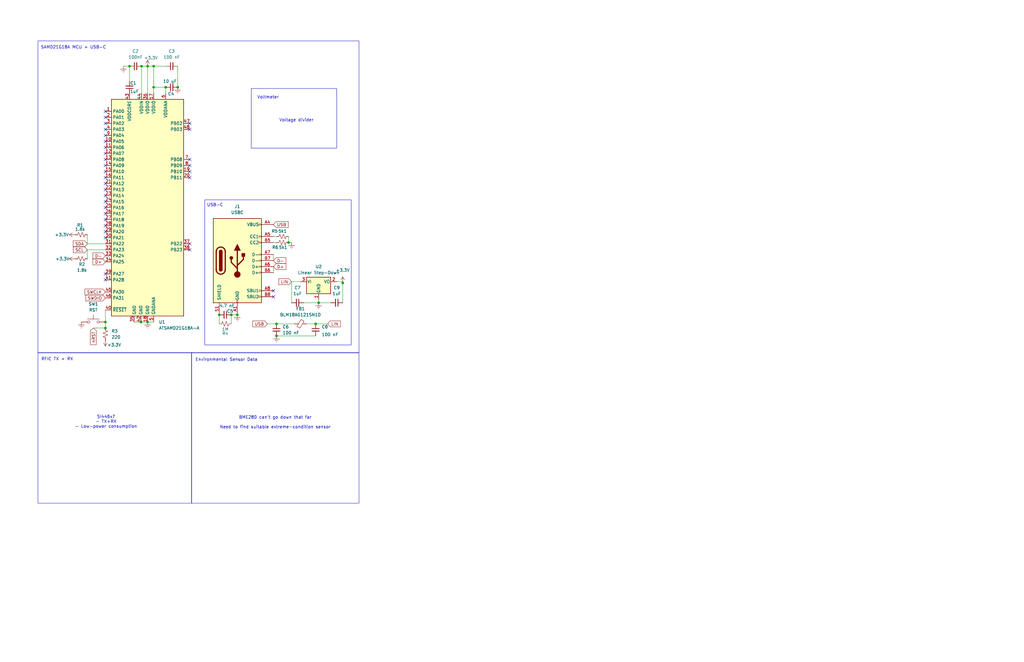
<source format=kicad_sch>
(kicad_sch (version 20231120) (generator "eeschema") (generator_version "8.0")
  (paper "User" 431.8 279.4)
  (title_block (title "Bismuth") (date "2024-11-10") (rev "Rev 0.0.0") (company "Bismuth Space"))
  (lib_symbols
    (symbol "+3.3V_5" (power) (pin_numbers hide) (pin_names (offset 0) hide)
      (property "Value" "+3.3V_5" (at 0 3.556 0))
      (symbol "+3.3V_5_0_1"
        (polyline (pts (xy -0.762 1.27) (xy 0 2.54)))
        (polyline (pts (xy 0 0) (xy 0 2.54)))
        (polyline (pts (xy 0 2.54) (xy 0.762 1.27)))
      )
      (symbol "+3.3V_5_1_1"
        (pin power_in line (at 0 0 90) (length 0) hide (name "+3.3V") (number "1"))
      )
    )
    (symbol "+3.3V_7" (power) (pin_numbers hide) (pin_names (offset 0) hide)
      (property "Value" "+3.3V_7" (at 0 3.556 0))
      (symbol "+3.3V_7_0_1"
        (polyline (pts (xy -0.762 1.27) (xy 0 2.54)))
        (polyline (pts (xy 0 0) (xy 0 2.54)))
        (polyline (pts (xy 0 2.54) (xy 0.762 1.27)))
      )
      (symbol "+3.3V_7_1_1"
        (pin power_in line (at 0 0 90) (length 0) hide (name "+3.3V") (number "1"))
      )
    )
    (symbol "+3.3V_8" (power) (pin_numbers hide) (pin_names (offset 0) hide)
      (property "Value" "+3.3V_8" (at 0 3.556 0))
      (symbol "+3.3V_8_0_1"
        (polyline (pts (xy -0.762 1.27) (xy 0 2.54)))
        (polyline (pts (xy 0 0) (xy 0 2.54)))
        (polyline (pts (xy 0 2.54) (xy 0.762 1.27)))
      )
      (symbol "+3.3V_8_1_1"
        (pin power_in line (at 0 0 90) (length 0) hide (name "+3.3V") (number "1"))
      )
    )
    (symbol "+3.3V_9" (power) (pin_numbers hide) (pin_names (offset 0) hide)
      (property "Value" "+3.3V_9" (at 0 3.556 0))
      (symbol "+3.3V_9_0_1"
        (polyline (pts (xy -0.762 1.27) (xy 0 2.54)))
        (polyline (pts (xy 0 0) (xy 0 2.54)))
        (polyline (pts (xy 0 2.54) (xy 0.762 1.27)))
      )
      (symbol "+3.3V_9_1_1"
        (pin power_in line (at 0 0 90) (length 0) hide (name "+3.3V") (number "1"))
      )
    )
    (symbol "Connector:USB_C_Receptacle_USB2.0" (pin_names (offset 1.016))
      (property "Reference" "J" (at -10.16 19.05 0))
      (property "Value" "USB_C_Receptacle_USB2.0" (at 19.05 19.05 0))
      (symbol "USB_C_Receptacle_USB2.0_0_0"
        (rectangle (start -0.254 -17.78) (end 0.254 -16.764))
        (rectangle (start 10.16 -14.986) (end 9.144 -15.494))
        (rectangle (start 10.16 -12.446) (end 9.144 -12.954))
        (rectangle (start 10.16 -4.826) (end 9.144 -5.334))
        (rectangle (start 10.16 -2.286) (end 9.144 -2.794))
        (rectangle (start 10.16 0.254) (end 9.144 -0.254))
        (rectangle (start 10.16 2.794) (end 9.144 2.286))
        (rectangle (start 10.16 7.874) (end 9.144 7.366))
        (rectangle (start 10.16 10.414) (end 9.144 9.906))
        (rectangle (start 10.16 15.494) (end 9.144 14.986))
      )
      (symbol "USB_C_Receptacle_USB2.0_0_1"
        (rectangle (start -10.16 17.78) (end 10.16 -17.78) (stroke (width 0.254)) (fill (type background)))
        (arc (start -8.89 -3.81) (mid -6.985 -5.7067) (end -5.08 -3.81) (stroke (width 0.508)))
        (arc (start -7.62 -3.81) (mid -6.985 -4.4423) (end -6.35 -3.81) (stroke (width 0.254)))
        (arc (start -7.62 -3.81) (mid -6.985 -4.4423) (end -6.35 -3.81) (stroke (width 0.254)) (fill (type outline)))
        (rectangle (start -7.62 -3.81) (end -6.35 3.81) (stroke (width 0.254)) (fill (type outline)))
        (arc (start -6.35 3.81) (mid -6.985 4.4423) (end -7.62 3.81) (stroke (width 0.254)))
        (arc (start -6.35 3.81) (mid -6.985 4.4423) (end -7.62 3.81) (stroke (width 0.254)) (fill (type outline)))
        (arc (start -5.08 3.81) (mid -6.985 5.7067) (end -8.89 3.81) (stroke (width 0.508)))
        (circle (center -2.54 1.143) (radius 0.635) (stroke (width 0.254)) (fill (type outline)))
        (circle (center 0 -5.842) (radius 1.27) (fill (type outline)))
        (polyline (pts (xy -8.89 -3.81) (xy -8.89 3.81)) (stroke (width 0.508)))
        (polyline (pts (xy -5.08 3.81) (xy -5.08 -3.81)) (stroke (width 0.508)))
        (polyline (pts (xy 0 -5.842) (xy 0 4.318)) (stroke (width 0.508)))
        (polyline (pts (xy 0 -3.302) (xy -2.54 -0.762) (xy -2.54 0.508)) (stroke (width 0.508)))
        (polyline (pts (xy 0 -2.032) (xy 2.54 0.508) (xy 2.54 1.778)) (stroke (width 0.508)))
        (polyline (pts (xy -1.27 4.318) (xy 0 6.858) (xy 1.27 4.318) (xy -1.27 4.318)) (stroke (width 0.254)) (fill (type outline)))
        (rectangle (start 1.905 1.778) (end 3.175 3.048) (stroke (width 0.254)) (fill (type outline)))
      )
      (symbol "USB_C_Receptacle_USB2.0_1_1"
        (pin passive line (at 0 -22.86 90) (length 5.08) (name "GND") (number "A1"))
        (pin passive line (at 0 -22.86 90) (length 5.08) hide (name "GND") (number "A12"))
        (pin passive line (at 15.24 15.24 180) (length 5.08) (name "VBUS") (number "A4"))
        (pin bidirectional line (at 15.24 10.16 180) (length 5.08) (name "CC1") (number "A5"))
        (pin bidirectional line (at 15.24 -2.54 180) (length 5.08) (name "D+") (number "A6"))
        (pin bidirectional line (at 15.24 2.54 180) (length 5.08) (name "D-") (number "A7"))
        (pin bidirectional line (at 15.24 -12.7 180) (length 5.08) (name "SBU1") (number "A8"))
        (pin passive line (at 15.24 15.24 180) (length 5.08) hide (name "VBUS") (number "A9"))
        (pin passive line (at 0 -22.86 90) (length 5.08) hide (name "GND") (number "B1"))
        (pin passive line (at 0 -22.86 90) (length 5.08) hide (name "GND") (number "B12"))
        (pin passive line (at 15.24 15.24 180) (length 5.08) hide (name "VBUS") (number "B4"))
        (pin bidirectional line (at 15.24 7.62 180) (length 5.08) (name "CC2") (number "B5"))
        (pin bidirectional line (at 15.24 -5.08 180) (length 5.08) (name "D+") (number "B6"))
        (pin bidirectional line (at 15.24 0 180) (length 5.08) (name "D-") (number "B7"))
        (pin bidirectional line (at 15.24 -15.24 180) (length 5.08) (name "SBU2") (number "B8"))
        (pin passive line (at 15.24 15.24 180) (length 5.08) hide (name "VBUS") (number "B9"))
        (pin passive line (at -7.62 -22.86 90) (length 5.08) (name "SHIELD") (number "S1"))
      )
    )
    (symbol "Device:C_Small" (pin_numbers hide) (pin_names (offset 0.254) hide)
      (property "Reference" "C" (at 0.254 1.778 0))
      (property "Value" "C_Small" (at 0.254 -2.032 0))
      (symbol "C_Small_0_1"
        (polyline (pts (xy -1.524 -0.508) (xy 1.524 -0.508)) (stroke (width 0.3302)))
        (polyline (pts (xy -1.524 0.508) (xy 1.524 0.508)) (stroke (width 0.3048)))
      )
      (symbol "C_Small_1_1"
        (pin passive line (at 0 2.54 270) (length 2.032) (name "~") (number "1"))
        (pin passive line (at 0 -2.54 90) (length 2.032) (name "~") (number "2"))
      )
    )
    (symbol "Device:FerriteBead_Small" (pin_numbers hide) (pin_names (offset 0))
      (property "Reference" "FB" (at 1.905 1.27 0))
      (property "Value" "FerriteBead_Small" (at 1.905 -1.27 0))
      (symbol "FerriteBead_Small_0_1"
        (polyline (pts (xy 0 -1.27) (xy 0 -0.7874)))
        (polyline (pts (xy 0 0.889) (xy 0 1.2954)))
        (polyline (pts (xy -1.8288 0.2794) (xy -1.1176 1.4986) (xy 1.8288 -0.2032) (xy 1.1176 -1.4224) (xy -1.8288 0.2794)))
      )
      (symbol "FerriteBead_Small_1_1"
        (pin passive line (at 0 2.54 270) (length 1.27) (name "~") (number "1"))
        (pin passive line (at 0 -2.54 90) (length 1.27) (name "~") (number "2"))
      )
    )
    (symbol "Device:R_Small_US" (pin_numbers hide) (pin_names (offset 0.254) hide)
      (property "Reference" "R" (at 0.762 0.508 0))
      (property "Value" "R_Small_US" (at 0.762 -1.016 0))
      (symbol "R_Small_US_1_1"
        (polyline (pts (xy 0 0) (xy 1.016 -0.381) (xy 0 -0.762) (xy -1.016 -1.143) (xy 0 -1.524)))
        (polyline (pts (xy 0 1.524) (xy 1.016 1.143) (xy 0 0.762) (xy -1.016 0.381) (xy 0 0)))
        (pin passive line (at 0 2.54 270) (length 1.016) (name "~") (number "1"))
        (pin passive line (at 0 -2.54 90) (length 1.016) (name "~") (number "2"))
      )
    )
    (symbol "Earth_2" (power) (pin_numbers hide) (pin_names (offset 0) hide)
      (symbol "Earth_2_0_1"
        (polyline (pts (xy -0.635 -1.905) (xy 0.635 -1.905)))
        (polyline (pts (xy -0.127 -2.54) (xy 0.127 -2.54)))
        (polyline (pts (xy 0 -1.27) (xy 0 0)))
        (polyline (pts (xy 1.27 -1.27) (xy -1.27 -1.27)))
      )
      (symbol "Earth_2_1_1"
        (pin power_in line (at 0 0 270) (length 0) hide (name "Earth") (number "1"))
      )
    )
    (symbol "Earth_4" (power) (pin_numbers hide) (pin_names (offset 0) hide)
      (symbol "Earth_4_0_1"
        (polyline (pts (xy -0.635 -1.905) (xy 0.635 -1.905)))
        (polyline (pts (xy -0.127 -2.54) (xy 0.127 -2.54)))
        (polyline (pts (xy 0 -1.27) (xy 0 0)))
        (polyline (pts (xy 1.27 -1.27) (xy -1.27 -1.27)))
      )
      (symbol "Earth_4_1_1"
        (pin power_in line (at 0 0 270) (length 0) hide (name "Earth") (number "1"))
      )
    )
    (symbol "MCU_Microchip_SAMD:ATSAMD21G18A-A"
      (property "Reference" "U4" (at 4.7341 -47.498 0))
      (property "Value" "ATSAMD21G18A-A" (at 4.7341 -50.038 0))
      (symbol "ATSAMD21G18A-A_0_1"
        (rectangle (start -15.24 45.72) (end 15.24 -45.72) (stroke (width 0.254)) (fill (type background)))
      )
      (symbol "ATSAMD21G18A-A_1_1"
        (pin bidirectional line (at -17.78 40.64 0) (length 2.54) (name "PA00") (number "1"))
        (pin bidirectional line (at -17.78 27.94 0) (length 2.54) (name "PA05") (number "10"))
        (pin bidirectional line (at -17.78 25.4 0) (length 2.54) (name "PA06") (number "11"))
        (pin bidirectional line (at -17.78 22.86 0) (length 2.54) (name "PA07") (number "12"))
        (pin bidirectional line (at -17.78 20.32 0) (length 2.54) (name "PA08") (number "13"))
        (pin bidirectional line (at -17.78 17.78 0) (length 2.54) (name "PA09") (number "14"))
        (pin bidirectional line (at -17.78 15.24 0) (length 2.54) (name "PA10") (number "15"))
        (pin bidirectional line (at -17.78 12.7 0) (length 2.54) (name "PA11") (number "16"))
        (pin power_in line (at 2.54 48.26 270) (length 2.54) (name "VDDIO") (number "17"))
        (pin power_in line (at 0 -48.26 90) (length 2.54) (name "GND") (number "18"))
        (pin bidirectional line (at 17.78 15.24 180) (length 2.54) (name "PB10") (number "19"))
        (pin bidirectional line (at -17.78 38.1 0) (length 2.54) (name "PA01") (number "2"))
        (pin bidirectional line (at 17.78 12.7 180) (length 2.54) (name "PB11") (number "20"))
        (pin bidirectional line (at -17.78 10.16 0) (length 2.54) (name "PA12") (number "21"))
        (pin bidirectional line (at -17.78 7.62 0) (length 2.54) (name "PA13") (number "22"))
        (pin bidirectional line (at -17.78 5.08 0) (length 2.54) (name "PA14") (number "23"))
        (pin bidirectional line (at -17.78 2.54 0) (length 2.54) (name "PA15") (number "24"))
        (pin bidirectional line (at -17.78 0 0) (length 2.54) (name "PA16") (number "25"))
        (pin bidirectional line (at -17.78 -2.54 0) (length 2.54) (name "PA17") (number "26"))
        (pin bidirectional line (at -17.78 -5.08 0) (length 2.54) (name "PA18") (number "27"))
        (pin bidirectional line (at -17.78 -7.62 0) (length 2.54) (name "PA19") (number "28"))
        (pin bidirectional line (at -17.78 -10.16 0) (length 2.54) (name "PA20") (number "29"))
        (pin bidirectional line (at -17.78 35.56 0) (length 2.54) (name "PA02") (number "3"))
        (pin bidirectional line (at -17.78 -12.7 0) (length 2.54) (name "PA21") (number "30"))
        (pin bidirectional line (at -17.78 -15.24 0) (length 2.54) (name "PA22") (number "31"))
        (pin bidirectional line (at -17.78 -17.78 0) (length 2.54) (name "PA23") (number "32"))
        (pin bidirectional line (at -17.78 -20.32 0) (length 2.54) (name "PA24") (number "33"))
        (pin bidirectional line (at -17.78 -22.86 0) (length 2.54) (name "PA25") (number "34"))
        (pin power_in line (at -5.588 -48.26 90) (length 2.54) (name "GND") (number "35"))
        (pin power_in line (at 0 48.26 270) (length 2.54) (name "VDDIO") (number "36"))
        (pin bidirectional line (at 17.78 -15.24 180) (length 2.54) (name "PB22") (number "37"))
        (pin bidirectional line (at 17.78 -17.78 180) (length 2.54) (name "PB23") (number "38"))
        (pin bidirectional line (at -17.78 -27.94 0) (length 2.54) (name "PA27") (number "39"))
        (pin bidirectional line (at -17.78 33.02 0) (length 2.54) (name "PA03") (number "4"))
        (pin input line (at -17.78 -43.18 0) (length 2.54) (name "~{RESET}") (number "40"))
        (pin bidirectional line (at -17.78 -30.48 0) (length 2.54) (name "PA28") (number "41"))
        (pin power_in line (at -2.794 -48.26 90) (length 2.54) (name "GND") (number "42"))
        (pin power_out line (at -7.62 48.26 270) (length 2.54) (name "VDDCORE") (number "43"))
        (pin power_in line (at -2.54 48.26 270) (length 2.54) (name "VDDIN") (number "44"))
        (pin bidirectional line (at -17.78 -35.56 0) (length 2.54) (name "PA30") (number "45"))
        (pin bidirectional line (at -17.78 -38.1 0) (length 2.54) (name "PA31") (number "46"))
        (pin bidirectional line (at 17.78 35.56 180) (length 2.54) (name "PB02") (number "47"))
        (pin bidirectional line (at 17.78 33.02 180) (length 2.54) (name "PB03") (number "48"))
        (pin power_in line (at 2.54 -48.26 90) (length 2.54) (name "GNDANA") (number "5"))
        (pin power_in line (at 7.62 48.26 270) (length 2.54) (name "VDDANA") (number "6"))
        (pin bidirectional line (at 17.78 20.32 180) (length 2.54) (name "PB08") (number "7"))
        (pin bidirectional line (at 17.78 17.78 180) (length 2.54) (name "PB09") (number "8"))
        (pin bidirectional line (at -17.78 30.48 0) (length 2.54) (name "PA04") (number "9"))
      )
    )
    (symbol "Regulator_Linear:MCP1700x-330xxTT" (pin_names (offset 0.254))
      (property "Reference" "U" (at -3.81 3.175 0))
      (property "Value" "MCP1700x-330xxTT" (at 0 3.175 0))
      (symbol "MCP1700x-330xxTT_0_1"
        (rectangle (start -5.08 1.905) (end 5.08 -5.08) (stroke (width 0.254)) (fill (type background)))
      )
      (symbol "MCP1700x-330xxTT_1_1"
        (pin power_in line (at 0 -7.62 90) (length 2.54) (name "GND") (number "1"))
        (pin power_out line (at 7.62 0 180) (length 2.54) (name "VO") (number "2"))
        (pin power_in line (at -7.62 0 0) (length 2.54) (name "VI") (number "3"))
      )
    )
    (symbol "Switch:SW_Push" (pin_numbers hide) (pin_names (offset 1.016) hide)
      (property "Reference" "SW" (at 1.27 2.54 0))
      (property "Value" "SW_Push" (at 0 -1.524 0))
      (symbol "SW_Push_0_1"
        (circle (center -2.032 0) (radius 0.508))
        (polyline (pts (xy 0 1.27) (xy 0 3.048)))
        (polyline (pts (xy 2.54 1.27) (xy -2.54 1.27)))
        (circle (center 2.032 0) (radius 0.508))
        (pin passive line (at -5.08 0 0) (length 2.54) (name "1") (number "1"))
        (pin passive line (at 5.08 0 180) (length 2.54) (name "2") (number "2"))
      )
    )
  )
  (junction (at 64.77 27.94))
  (junction (at 144.526 119.38))
  (junction (at 134.366 127.762))
  (junction (at 121.666 102.362))
  (junction (at 69.85 36.83))
  (junction (at 92.456 132.842))
  (junction (at 59.436 135.89))
  (junction (at 64.77 36.83))
  (junction (at 97.536 132.842))
  (junction (at 74.93 36.83))
  (junction (at 133.096 136.652))
  (junction (at 59.69 27.94))
  (junction (at 62.23 27.94))
  (junction (at 116.586 136.652))
  (junction (at 54.61 27.94))
  (junction (at 44.45 135.89))
  (junction (at 100.076 132.842))
  (junction (at 116.586 141.732))
  (junction (at 62.23 135.89))
  (junction (at 44.45 138.43))
  (no_connect (at 44.45 85.09))
  (no_connect (at 44.45 64.77))
  (no_connect (at 44.45 67.31))
  (no_connect (at 80.01 52.07))
  (no_connect (at 115.316 122.682))
  (no_connect (at 44.45 69.85))
  (no_connect (at 44.45 115.57))
  (no_connect (at 80.01 105.41))
  (no_connect (at 44.45 82.55))
  (no_connect (at 44.45 95.25))
  (no_connect (at 44.45 92.71))
  (no_connect (at 44.45 52.07))
  (no_connect (at 80.01 72.39))
  (no_connect (at 80.01 54.61))
  (no_connect (at 44.45 100.33))
  (no_connect (at 44.45 54.61))
  (no_connect (at 80.01 67.31))
  (no_connect (at 44.45 74.93))
  (no_connect (at 44.45 80.01))
  (no_connect (at 80.01 74.93))
  (no_connect (at 80.01 69.85))
  (no_connect (at 80.01 102.87))
  (no_connect (at 44.45 62.23))
  (no_connect (at 44.45 49.53))
  (no_connect (at 115.316 125.222))
  (no_connect (at 44.45 72.39))
  (no_connect (at 44.45 90.17))
  (no_connect (at 44.45 59.69))
  (no_connect (at 44.45 87.63))
  (no_connect (at 44.45 46.99))
  (no_connect (at 44.45 118.11))
  (no_connect (at 44.45 97.79))
  (no_connect (at 44.45 57.15))
  (no_connect (at 44.45 77.47))
  (wire (pts (xy 97.536 132.842) (xy 97.536 136.652)))
  (wire (pts (xy 134.366 127.762) (xy 139.446 127.762)))
  (wire (pts (xy 44.45 135.89) (xy 44.45 130.81)))
  (wire (pts (xy 112.776 136.652) (xy 116.586 136.652)))
  (wire (pts (xy 62.23 135.89) (xy 64.77 135.89)))
  (wire (pts (xy 122.936 118.872) (xy 126.746 118.872)))
  (wire (pts (xy 129.286 136.652) (xy 133.096 136.652)))
  (wire (pts (xy 115.316 112.522) (xy 115.316 115.062)))
  (wire (pts (xy 44.45 135.89) (xy 44.45 138.43)))
  (wire (pts (xy 36.83 99.06) (xy 36.83 102.87)))
  (wire (pts (xy 54.61 34.29) (xy 54.61 27.94)))
  (wire (pts (xy 62.23 27.94) (xy 62.23 39.37)))
  (wire (pts (xy 52.07 27.94) (xy 54.61 27.94)))
  (wire (pts (xy 122.936 118.872) (xy 122.936 127.762)))
  (wire (pts (xy 122.936 102.362) (xy 121.666 102.362)))
  (wire (pts (xy 133.096 141.732) (xy 116.586 141.732)))
  (wire (pts (xy 69.85 36.83) (xy 69.85 39.37)))
  (wire (pts (xy 134.366 126.492) (xy 134.366 127.762)))
  (wire (pts (xy 144.526 119.38) (xy 144.526 127.762)))
  (wire (pts (xy 115.316 99.822) (xy 116.586 99.822)))
  (wire (pts (xy 121.666 99.822) (xy 121.666 102.362)))
  (wire (pts (xy 64.77 39.37) (xy 64.77 36.83)))
  (wire (pts (xy 116.586 102.362) (xy 115.316 102.362)))
  (wire (pts (xy 36.83 109.22) (xy 36.83 105.41)))
  (wire (pts (xy 59.69 27.94) (xy 59.69 39.37)))
  (wire (pts (xy 64.77 27.94) (xy 64.77 36.83)))
  (wire (pts (xy 115.316 107.442) (xy 115.316 109.982)))
  (wire (pts (xy 64.77 27.94) (xy 69.85 27.94)))
  (wire (pts (xy 59.436 135.89) (xy 62.23 135.89)))
  (wire (pts (xy 74.93 27.94) (xy 74.93 36.83)))
  (wire (pts (xy 59.69 27.94) (xy 62.23 27.94)))
  (wire (pts (xy 62.23 27.94) (xy 64.77 27.94)))
  (wire (pts (xy 39.37 138.43) (xy 44.45 138.43)))
  (wire (pts (xy 64.77 36.83) (xy 69.85 36.83)))
  (wire (pts (xy 36.83 105.41) (xy 44.45 105.41)))
  (wire (pts (xy 92.456 136.652) (xy 92.456 132.842)))
  (wire (pts (xy 128.016 127.762) (xy 134.366 127.762)))
  (wire (pts (xy 36.83 102.87) (xy 44.45 102.87)))
  (wire (pts (xy 116.586 136.652) (xy 124.206 136.652)))
  (wire (pts (xy 141.986 118.872) (xy 144.526 118.872)))
  (wire (pts (xy 144.526 118.872) (xy 144.526 119.38)))
  (wire (pts (xy 97.536 132.842) (xy 100.076 132.842)))
  (wire (pts (xy 56.642 135.89) (xy 59.436 135.89)))
  (wire (pts (xy 133.096 136.652) (xy 138.176 136.652)))
  (rectangle (start 16.002 17.272) (end 151.384 148.844))
  (rectangle (start 105.918 37.338) (end 141.986 62.484))
  (rectangle (start 86.36 84.328) (end 148.082 145.542))
  (rectangle (start 80.772 148.844) (end 151.384 212.344))
  (rectangle (start 16.002 148.844) (end 80.772 212.344))
  (text "USB-C" (at 90.678 86.614 0) (effects (font (size 1.27 1.27))))
  (text "Voltage divider" (at 124.968 50.8 0) (effects (font (size 1.27 1.27))))
  (text "SI446x?\n- TX+RX\n- Low-power consumption" (at 44.704 178.054 0) (effects (font (size 1.27 1.27))))
  (text "Environmental Sensor Data" (at 95.504 151.892 0) (effects (font (size 1.27 1.27))))
  (text "Voltmeter" (at 113.03 41.148 0) (effects (font (size 1.27 1.27))))
  (text "SAMD21G18A MCU + USB-C" (at 30.988 20.066 0) (effects (font (size 1.27 1.27))))
  (text "RFIC TX + RX" (at 24.13 151.638 0) (effects (font (size 1.27 1.27))))
  (text "BME280 can't go down that far\n\nNeed to find suitable extreme-condition sensor" (at 116.078 178.308 0) (effects (font (size 1.27 1.27))))
  (global_label "D+" (shape input) (at 44.45 110.49 180) (property "Intersheetrefs" "${INTERSHEET_REFS}" (effects (hide yes))))
  (global_label "D+" (shape input) (at 115.316 112.522 0) (property "Intersheetrefs" "${INTERSHEET_REFS}" (effects (hide yes))))
  (global_label "LIN" (shape input) (at 138.176 136.652 0) (property "Intersheetrefs" "${INTERSHEET_REFS}" (effects (hide yes))))
  (global_label "D-" (shape input) (at 44.45 107.95 180) (property "Intersheetrefs" "${INTERSHEET_REFS}" (effects (hide yes))))
  (global_label "SDA" (shape input) (at 36.83 102.87 180) (property "Intersheetrefs" "${INTERSHEET_REFS}" (effects (hide yes))))
  (global_label "SWCLK" (shape input) (at 44.45 123.19 180) (property "Intersheetrefs" "${INTERSHEET_REFS}" (effects (hide yes))))
  (global_label "LIN" (shape input) (at 122.936 118.872 180) (property "Intersheetrefs" "${INTERSHEET_REFS}" (effects (hide yes))))
  (global_label "USB" (shape input) (at 115.316 94.742 0) (property "Intersheetrefs" "${INTERSHEET_REFS}" (effects (hide yes))))
  (global_label "USB" (shape input) (at 112.776 136.652 180) (property "Intersheetrefs" "${INTERSHEET_REFS}" (effects (hide yes))))
  (global_label "nRST" (shape input) (at 39.37 138.43 270) (property "Intersheetrefs" "${INTERSHEET_REFS}" (effects (hide yes))))
  (global_label "SWDIO" (shape input) (at 44.45 125.73 180) (property "Intersheetrefs" "${INTERSHEET_REFS}" (effects (hide yes))))
  (global_label "D-" (shape input) (at 115.316 109.982 0) (property "Intersheetrefs" "${INTERSHEET_REFS}" (effects (hide yes))))
  (global_label "SCL" (shape input) (at 36.83 105.41 180) (property "Intersheetrefs" "${INTERSHEET_REFS}" (effects (hide yes))))
  (symbol (lib_id "Device:C_Small") (at 116.586 139.192 0) (unit 1)
    (property "Reference" "C6" (at 119.126 137.9282 0) (effects (justify left)))
    (property "Value" "100 nF" (at 119.126 140.4682 0) (effects (justify left)))
    (property "Footprint" "Capacitor_SMD:C_0402_1005Metric_Pad0.74x0.62mm_HandSolder" (effects (hide yes)))
    (property "Description" "Unpolarized capacitor, small symbol" (effects (hide yes)))
    (property "LCSC" "C1525" (effects (hide yes)))
  )
  (symbol (lib_name "Earth_4") (lib_id "power:Earth") (at 62.23 135.89 0) (unit 1)
    (property "Reference" "#PWR07" (effects (hide yes)))
    (property "Value" "Earth" (effects (hide yes)))
  )
  (symbol (lib_name "Earth_4") (lib_id "power:Earth") (at 52.07 27.94 0) (unit 1)
    (property "Reference" "#PWR05" (effects (hide yes)))
    (property "Value" "Earth" (effects (hide yes)))
  )
  (symbol (lib_id "Device:C_Small") (at 72.39 36.83 90) (unit 1)
    (property "Reference" "C4" (at 72.136 39.624 90))
    (property "Value" "10 uF" (at 71.628 34.29 90))
    (property "Footprint" "Capacitor_SMD:C_0603_1608Metric_Pad1.08x0.95mm_HandSolder" (effects (hide yes)))
    (property "Description" "Unpolarized capacitor, small symbol" (effects (hide yes)))
    (property "LCSC" "C19702" (effects (hide yes)))
  )
  (symbol (lib_name "Earth_4") (lib_id "power:Earth") (at 74.93 36.83 0) (unit 1)
    (property "Reference" "#PWR08" (effects (hide yes)))
    (property "Value" "Earth" (effects (hide yes)))
  )
  (symbol (lib_name "Earth_4") (lib_id "power:Earth") (at 34.29 135.89 0) (unit 1)
    (property "Reference" "#PWR03" (effects (hide yes)))
    (property "Value" "Earth" (effects (hide yes)))
  )
  (symbol (lib_id "Device:C_Small") (at 94.996 132.842 270) (unit 1)
    (property "Reference" "C5" (at 97.028 131.318 90))
    (property "Value" "4.7 nF" (at 95.758 129.032 90))
    (property "Footprint" "Capacitor_SMD:C_0402_1005Metric_Pad0.74x0.62mm_HandSolder" (effects (hide yes)))
    (property "Description" "Unpolarized capacitor, small symbol" (effects (hide yes)))
    (property "LCSC" "C1744" (effects (hide yes)))
  )
  (symbol (lib_id "Switch:SW_Push") (at 39.37 135.89 0) (unit 1)
    (property "Reference" "SW1" (at 39.37 128.27 0))
    (property "Value" "RST" (at 39.37 130.81 0))
    (property "Footprint" "Button_Switch_SMD:SW_Tactile_SPST_NO_Straight_CK_PTS636Sx25SMTRLFS" (effects (hide yes)))
    (property "Description" "Push button switch, generic, two pins" (effects (hide yes)))
    (property "LCSC" "C2888954" (effects (hide yes)))
  )
  (symbol (lib_id "Device:R_Small_US") (at 94.996 136.652 90) (unit 1)
    (property "Reference" "R4" (at 94.996 140.716 90))
    (property "Value" "1M" (at 94.996 138.938 90))
    (property "Footprint" "Resistor_SMD:R_0402_1005Metric_Pad0.72x0.64mm_HandSolder" (effects (hide yes)))
    (property "Description" "Resistor, small US symbol" (effects (hide yes)))
    (property "LCSC" "C26083" (effects (hide yes)))
  )
  (symbol (lib_id "Device:FerriteBead_Small") (at 126.746 136.652 90) (unit 1)
    (property "Reference" "FB1" (at 126.7079 130.302 90))
    (property "Value" "BLM18AG121SN1D" (at 126.7079 132.842 90))
    (property "Footprint" "Resistor_SMD:R_0603_1608Metric_Pad0.98x0.95mm_HandSolder" (effects (hide yes)))
    (property "Description" "Ferrite bead, small symbol" (effects (hide yes)))
    (property "LCSC" "C76892" (effects (hide yes)))
  )
  (symbol (lib_name "Earth_2") (lib_id "power:Earth") (at 134.366 127.762 0) (unit 1)
    (property "Reference" "#PWR012" (effects (hide yes)))
    (property "Value" "Earth" (effects (hide yes)))
  )
  (symbol (lib_id "Device:R_Small_US") (at 119.126 102.362 270) (unit 1)
    (property "Reference" "R6" (at 116.078 104.394 90))
    (property "Value" "5k1" (at 119.38 104.394 90))
    (property "Footprint" "Resistor_SMD:R_0402_1005Metric_Pad0.72x0.64mm_HandSolder" (effects (hide yes)))
    (property "Description" "Resistor, small US symbol" (effects (hide yes)))
    (property "LCSC" "C27834" (effects (hide yes)))
  )
  (symbol (lib_id "Connector:USB_C_Receptacle_USB2.0") (at 100.076 109.982 0) (unit 1)
    (property "Reference" "J1" (at 100.076 87.122 0))
    (property "Value" "USBC" (at 100.076 89.662 0))
    (property "Footprint" "Connector_USB:USB_C_Receptacle_GCT_USB4105-xx-A_16P_TopMnt_Horizontal" (effects (hide yes)))
    (property "Description" "USB 2.0-only Type-C Receptacle connector" (effects (hide yes)))
    (property "LCSC" "C136423" (effects (hide yes)))
  )
  (symbol (lib_id "Device:C_Small") (at 72.39 27.94 90) (unit 1)
    (property "Reference" "C3" (at 72.3963 21.59 90))
    (property "Value" "100 nF" (at 72.3963 24.13 90))
    (property "Footprint" "Capacitor_SMD:C_0402_1005Metric_Pad0.74x0.62mm_HandSolder" (effects (hide yes)))
    (property "Description" "Unpolarized capacitor, small symbol" (effects (hide yes)))
    (property "LCSC" "C1525" (effects (hide yes)))
  )
  (symbol (lib_id "Device:R_Small_US") (at 34.29 99.06 270) (unit 1)
    (property "Reference" "R1" (at 33.782 94.996 90))
    (property "Value" "1.8k" (at 33.782 96.774 90))
    (property "Footprint" "Resistor_SMD:R_0402_1005Metric_Pad0.72x0.64mm_HandSolder" (effects (hide yes)))
    (property "Description" "Resistor, small US symbol" (effects (hide yes)))
    (property "LCSC" "C4177" (effects (hide yes)))
  )
  (symbol (lib_id "Device:C_Small") (at 54.61 36.83 180) (unit 1)
    (property "Reference" "C1" (at 54.864 35.052 0) (effects (justify right)))
    (property "Value" "1uF" (at 54.864 38.608 0) (effects (justify right)))
    (property "Footprint" "Capacitor_SMD:C_0402_1005Metric_Pad0.74x0.62mm_HandSolder" (effects (hide yes)))
    (property "Description" "Unpolarized capacitor, small symbol" (effects (hide yes)))
    (property "LCSC" "C52923" (effects (hide yes)))
  )
  (symbol (lib_id "Device:C_Small") (at 125.476 127.762 270) (unit 1)
    (property "Reference" "C7" (at 125.4696 121.412 90))
    (property "Value" "1uF" (at 125.4696 123.952 90))
    (property "Footprint" "Capacitor_SMD:C_0402_1005Metric_Pad0.74x0.62mm_HandSolder" (effects (hide yes)))
    (property "Description" "Unpolarized capacitor, small symbol" (effects (hide yes)))
    (property "LCSC" "C52923" (effects (hide yes)))
  )
  (symbol (lib_id "Device:R_Small_US") (at 44.45 140.97 0) (unit 1)
    (property "Reference" "R3" (at 46.99 139.6999 0) (effects (justify left)))
    (property "Value" "220" (at 46.99 142.2399 0) (effects (justify left)))
    (property "Footprint" "Resistor_SMD:R_0402_1005Metric_Pad0.72x0.64mm_HandSolder" (effects (hide yes)))
    (property "Description" "Resistor, small US symbol" (effects (hide yes)))
    (property "LCSC" "C25091" (effects (hide yes)))
  )
  (symbol (lib_name "+3.3V_7") (lib_id "power:+3.3V") (at 44.45 143.51 180) (unit 1)
    (property "Reference" "#PWR04" (effects (hide yes)))
    (property "Value" "+3.3V" (at 45.212 145.542 0) (effects (justify right)))
  )
  (symbol (lib_name "+3.3V_9") (lib_id "power:+3.3V") (at 31.75 109.22 90) (unit 1)
    (property "Reference" "#PWR02" (effects (hide yes)))
    (property "Value" "+3.3V" (at 23.368 109.22 90) (effects (justify right)))
  )
  (symbol (lib_name "+3.3V_8") (lib_id "power:+3.3V") (at 31.75 99.06 90) (unit 1)
    (property "Reference" "#PWR01" (effects (hide yes)))
    (property "Value" "+3.3V" (at 23.114 99.06 90) (effects (justify right)))
  )
  (symbol (lib_name "Earth_4") (lib_id "power:Earth") (at 122.936 102.362 0) (unit 1)
    (property "Reference" "#PWR011" (effects (hide yes)))
    (property "Value" "Earth" (effects (hide yes)))
  )
  (symbol (lib_name "+3.3V_5") (lib_id "power:+3.3V") (at 62.23 27.94 0) (unit 1)
    (property "Reference" "#PWR06" (effects (hide yes)))
    (property "Value" "+3.3V" (at 60.706 24.384 0) (effects (justify left)))
  )
  (symbol (lib_id "Device:C_Small") (at 57.15 27.94 90) (unit 1)
    (property "Reference" "C2" (at 57.1563 21.59 90))
    (property "Value" "100nF" (at 57.1563 24.13 90))
    (property "Footprint" "Capacitor_SMD:C_0402_1005Metric_Pad0.74x0.62mm_HandSolder" (effects (hide yes)))
    (property "Description" "Unpolarized capacitor, small symbol" (effects (hide yes)))
    (property "LCSC" "C1525" (effects (hide yes)))
  )
  (symbol (lib_id "Device:R_Small_US") (at 119.126 99.822 270) (unit 1)
    (property "Reference" "R5" (at 115.824 97.536 90))
    (property "Value" "5k1" (at 119.126 97.536 90))
    (property "Footprint" "Resistor_SMD:R_0402_1005Metric_Pad0.72x0.64mm_HandSolder" (effects (hide yes)))
    (property "Description" "Resistor, small US symbol" (effects (hide yes)))
    (property "LCSC" "C27834" (effects (hide yes)))
  )
  (symbol (lib_id "Device:R_Small_US") (at 34.29 109.22 90) (unit 1)
    (property "Reference" "R2" (at 34.544 111.506 90))
    (property "Value" "1.8k" (at 34.544 114.046 90))
    (property "Footprint" "Resistor_SMD:R_0402_1005Metric_Pad0.72x0.64mm_HandSolder" (effects (hide yes)))
    (property "Description" "Resistor, small US symbol" (effects (hide yes)))
    (property "LCSC" "C4177" (effects (hide yes)))
  )
  (symbol (lib_name "Earth_4") (lib_id "power:Earth") (at 100.076 132.842 0) (unit 1)
    (property "Reference" "#PWR09" (effects (hide yes)))
    (property "Value" "Earth" (effects (hide yes)))
  )
  (symbol (lib_name "+3.3V_9") (lib_id "power:+3.3V") (at 144.526 119.38 0) (mirror y) (unit 1)
    (property "Reference" "#PWR013" (effects (hide yes)))
    (property "Value" "+3.3V" (at 144.526 114.0294 0))
  )
  (symbol (lib_id "MCU_Microchip_SAMD:ATSAMD21G18A-A") (at 62.23 87.63 0) (unit 1)
    (property "Reference" "U1" (at 66.9641 135.89 0) (effects (justify left)))
    (property "Value" "ATSAMD21G18A-A" (at 66.9641 138.43 0) (effects (justify left)))
    (property "Footprint" "Package_QFP:TQFP-48_7x7mm_P0.5mm" (effects (hide yes)))
    (property "Description" "SAM D21 Microchip SMART ARM-based Flash MCU, 48Mhz, 256K Flash, 32K SRAM, TQFP-48" (effects (hide yes)))
    (property "LCSC" "C78624" (effects (hide yes)))
  )
  (symbol (lib_id "Device:C_Small") (at 141.986 127.762 270) (unit 1)
    (property "Reference" "C9" (at 141.9796 121.412 90))
    (property "Value" "1uF" (at 141.9796 123.952 90))
    (property "Footprint" "Capacitor_SMD:C_0402_1005Metric_Pad0.74x0.62mm_HandSolder" (effects (hide yes)))
    (property "Description" "Unpolarized capacitor, small symbol" (effects (hide yes)))
    (property "LCSC" "C52923" (effects (hide yes)))
  )
  (symbol (lib_id "Device:C_Small") (at 133.096 139.192 0) (unit 1)
    (property "Reference" "C8" (at 135.636 137.9282 0) (effects (justify left)))
    (property "Value" "100 nF" (at 135.636 140.4682 0) (effects (justify left top)))
    (property "Footprint" "Capacitor_SMD:C_0402_1005Metric_Pad0.74x0.62mm_HandSolder" (effects (hide yes)))
    (property "Description" "Unpolarized capacitor, small symbol" (effects (hide yes)))
    (property "LCSC" "C1525" (effects (hide yes)))
  )
  (symbol (lib_name "Earth_2") (lib_id "power:Earth") (at 116.586 141.732 0) (unit 1)
    (property "Reference" "#PWR010" (effects (hide yes)))
    (property "Value" "Earth" (effects (hide yes)))
  )
  (symbol (lib_id "Regulator_Linear:MCP1700x-330xxTT") (at 134.366 118.872 0) (unit 1)
    (property "Reference" "U2" (at 134.366 112.522 0))
    (property "Value" "Linear Step-Down" (at 134.366 115.062 0))
    (property "Footprint" "LDO:MCP1700" (effects (hide yes)))
    (property "Description" "250mA Low Quiscent Current LDO, 3.3V output, SOT-23" (effects (hide yes)))
    (property "LCSC" "C632000" (effects (hide yes)))
  )
)
</source>
